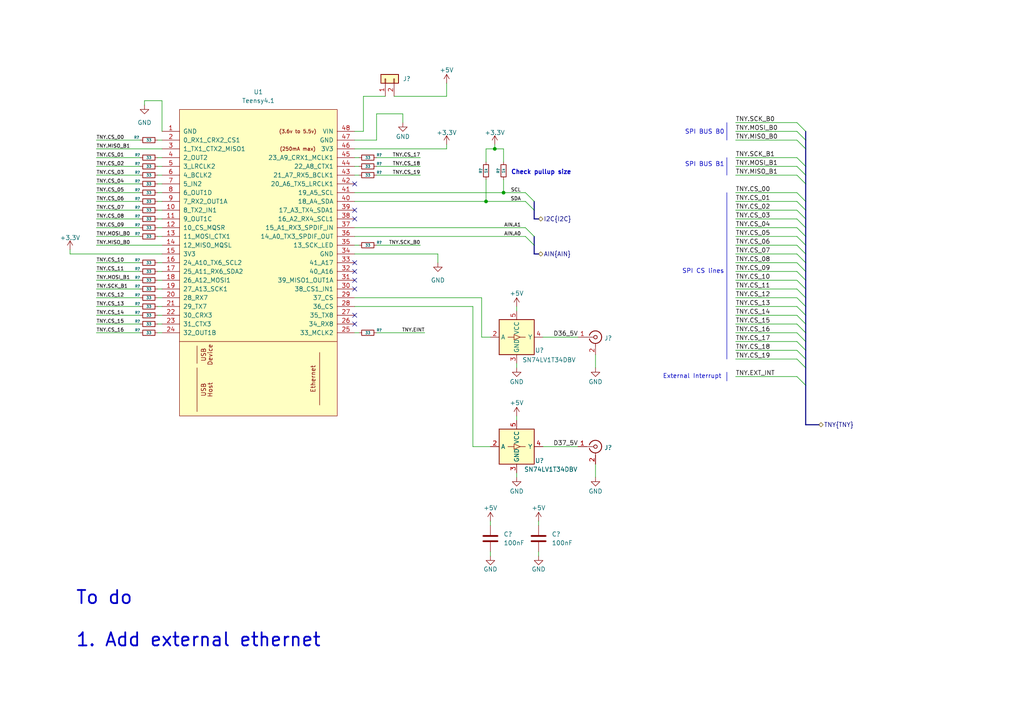
<source format=kicad_sch>
(kicad_sch (version 20250114) (generator "eeschema") (generator_version "9.0")
  (paper "A4")
  (lib_symbols
    (symbol "Connector:Conn_Coaxial" (pin_names (offset 1.016) (hide yes))
      (property "Reference" "J" (at 0.254 3.048 0))
      (property "Value" "Conn_Coaxial" (at 2.921 0 90))
      (symbol "Conn_Coaxial_0_1"
        (polyline (pts (xy -2.54 0) (xy -0.508 0)))
        (arc (start 1.778 0) (mid 0.222 -1.8079) (end -1.778 -0.508) (stroke (width 0.254)))
        (arc (start -1.778 0.508) (mid 0.2221 1.8084) (end 1.778 0) (stroke (width 0.254)))
        (circle (center 0 0) (radius 0.508) (stroke (width 0.2032)))
        (polyline (pts (xy 0 -2.54) (xy 0 -1.778)))
      )
      (symbol "Conn_Coaxial_1_1"
        (pin passive line (at -5.08 0 0) (length 2.54) (name "In") (number "1"))
        (pin passive line (at 0 -5.08 90) (length 2.54) (name "Ext") (number "2"))
      )
    )
    (symbol "Connector_Generic:Conn_01x02" (pin_names (offset 1.016) (hide yes))
      (property "Reference" "J" (at 0 2.54 0))
      (property "Value" "Conn_01x02" (at 0 -5.08 0))
      (symbol "Conn_01x02_1_1"
        (rectangle (start -1.27 1.27) (end 1.27 -3.81) (stroke (width 0.254)) (fill (type background)))
        (rectangle (start -1.27 0.127) (end 0 -0.127) (stroke (width 0.1524)))
        (rectangle (start -1.27 -2.413) (end 0 -2.667) (stroke (width 0.1524)))
        (pin passive line (at -5.08 0 0) (length 3.81) (name "Pin_1") (number "1"))
        (pin passive line (at -5.08 -2.54 0) (length 3.81) (name "Pin_2") (number "2"))
      )
    )
    (symbol "Device:C" (pin_numbers (hide yes)) (pin_names (offset 0.254))
      (property "Reference" "C" (at 0.635 2.54 0))
      (property "Value" "C" (at 0.635 -2.54 0))
      (symbol "C_0_1"
        (polyline (pts (xy -2.032 0.762) (xy 2.032 0.762)) (stroke (width 0.508)))
        (polyline (pts (xy -2.032 -0.762) (xy 2.032 -0.762)) (stroke (width 0.508)))
      )
      (symbol "C_1_1"
        (pin passive line (at 0 3.81 270) (length 2.794) (name "~") (number "1"))
        (pin passive line (at 0 -3.81 90) (length 2.794) (name "~") (number "2"))
      )
    )
    (symbol "Device:R_Small" (pin_numbers (hide yes)) (pin_names (offset 0.254) (hide yes))
      (property "Reference" "R" (at 0 0 90))
      (property "Value" "R_Small" (at 1.778 0 90))
      (symbol "R_Small_0_1"
        (rectangle (start -0.762 1.778) (end 0.762 -1.778) (stroke (width 0.2032)))
      )
      (symbol "R_Small_1_1"
        (pin passive line (at 0 2.54 270) (length 0.762) (name "~") (number "1"))
        (pin passive line (at 0 -2.54 90) (length 0.762) (name "~") (number "2"))
      )
    )
    (symbol "Logic_LevelTranslator:SN74LV1T34DBV"
      (property "Reference" "U" (at 5.08 6.35 0))
      (property "Value" "SN74LV1T34DBV" (at 5.08 3.81 0))
      (symbol "SN74LV1T34DBV_0_1"
        (rectangle (start -5.08 5.08) (end 5.08 -5.08) (stroke (width 0.254)) (fill (type background)))
        (polyline (pts (xy -0.762 0) (xy -2.54 0)))
        (polyline (pts (xy 1.016 0) (xy 2.54 0)))
      )
      (symbol "SN74LV1T34DBV_1_1"
        (polyline (pts (xy -0.762 -0.762) (xy -0.762 0.762) (xy 1.016 0) (xy -0.762 -0.762)))
        (pin input line (at -7.62 0 0) (length 2.54) (name "A") (number "2"))
        (pin no_connect line (at -5.08 2.54 0) (length 2.54) (hide yes) (name "NC") (number "1"))
        (pin power_in line (at 0 7.62 270) (length 2.54) (name "VCC") (number "5"))
        (pin power_in line (at 0 -7.62 90) (length 2.54) (name "GND") (number "3"))
        (pin output line (at 7.62 0 180) (length 2.54) (name "Y") (number "4"))
      )
    )
    (symbol "arena_custom:Teensy4.1" (pin_names (offset 1.016))
      (property "Reference" "U" (at 0 64.77 0))
      (property "Value" "Teensy4.1" (at 0 62.23 0))
      (symbol "Teensy4.1_0_0"
        (polyline (pts (xy -22.86 -6.35) (xy 22.86 -6.35)))
        (polyline (pts (xy -17.78 -7.62) (xy -17.78 -12.7)))
        (polyline (pts (xy -17.78 -26.67) (xy -17.78 -13.97)))
        (polyline (pts (xy 17.78 -9.525) (xy 17.78 -24.765)))
        (text "USB" (at -15.875 -10.16 900) (effects (font (size 1.27 1.27))))
        (text "USB" (at -15.875 -20.32 900) (effects (font (size 1.27 1.27))))
        (text "Device" (at -13.97 -10.16 900) (effects (font (size 1.27 1.27))))
        (text "Host" (at -13.97 -20.32 900) (effects (font (size 1.27 1.27))))
        (text "(3.6v to 5.5v)" (at 11.43 54.61 0) (effects (font (size 1.016 1.016))))
        (text "(250mA max)" (at 11.43 49.53 0) (effects (font (size 1.016 1.016))))
        (text "Ethernet" (at 15.875 -17.145 900) (effects (font (size 1.27 1.27))))
        (pin bidirectional line (at -27.94 44.45 0) (length 5.08) (name "3_LRCLK2") (number "5"))
        (pin bidirectional line (at -27.94 41.91 0) (length 5.08) (name "4_BCLK2") (number "6"))
        (pin bidirectional line (at -27.94 39.37 0) (length 5.08) (name "5_IN2") (number "7"))
        (pin bidirectional line (at -27.94 36.83 0) (length 5.08) (name "6_OUT1D") (number "8"))
        (pin bidirectional line (at -27.94 34.29 0) (length 5.08) (name "7_RX2_OUT1A") (number "9"))
        (pin bidirectional line (at -27.94 31.75 0) (length 5.08) (name "8_TX2_IN1") (number "10"))
        (pin bidirectional line (at -27.94 29.21 0) (length 5.08) (name "9_OUT1C") (number "11"))
        (pin bidirectional line (at -27.94 26.67 0) (length 5.08) (name "10_CS_MQSR") (number "12"))
        (pin bidirectional line (at -27.94 24.13 0) (length 5.08) (name "11_MOSI_CTX1") (number "13"))
        (pin bidirectional line (at -27.94 21.59 0) (length 5.08) (name "12_MISO_MQSL") (number "14"))
        (pin power_in line (at -27.94 19.05 0) (length 5.08) (name "3V3") (number "15"))
        (pin bidirectional line (at -27.94 16.51 0) (length 5.08) (name "24_A10_TX6_SCL2") (number "16"))
        (pin bidirectional line (at -27.94 13.97 0) (length 5.08) (name "25_A11_RX6_SDA2") (number "17"))
        (pin bidirectional line (at -27.94 11.43 0) (length 5.08) (name "26_A12_MOSI1") (number "18"))
        (pin bidirectional line (at -27.94 8.89 0) (length 5.08) (name "27_A13_SCK1") (number "19"))
        (pin bidirectional line (at -27.94 6.35 0) (length 5.08) (name "28_RX7") (number "20"))
        (pin bidirectional line (at -27.94 3.81 0) (length 5.08) (name "29_TX7") (number "21"))
        (pin bidirectional line (at -27.94 1.27 0) (length 5.08) (name "30_CRX3") (number "22"))
        (pin bidirectional line (at -27.94 -1.27 0) (length 5.08) (name "31_CTX3") (number "23"))
        (pin bidirectional line (at -27.94 -3.81 0) (length 5.08) (name "32_OUT1B") (number "24"))
        (pin power_in line (at 27.94 54.61 180) (length 5.08) (name "VIN") (number "48"))
        (pin bidirectional line (at 27.94 46.99 180) (length 5.08) (name "23_A9_CRX1_MCLK1") (number "45"))
        (pin bidirectional line (at 27.94 44.45 180) (length 5.08) (name "22_A8_CTX1") (number "44"))
        (pin bidirectional line (at 27.94 41.91 180) (length 5.08) (name "21_A7_RX5_BCLK1") (number "43"))
        (pin bidirectional line (at 27.94 39.37 180) (length 5.08) (name "20_A6_TX5_LRCLK1") (number "42"))
        (pin bidirectional line (at 27.94 36.83 180) (length 5.08) (name "19_A5_SCL") (number "41"))
        (pin bidirectional line (at 27.94 34.29 180) (length 5.08) (name "18_A4_SDA") (number "40"))
        (pin bidirectional line (at 27.94 31.75 180) (length 5.08) (name "17_A3_TX4_SDA1") (number "39"))
        (pin bidirectional line (at 27.94 29.21 180) (length 5.08) (name "16_A2_RX4_SCL1") (number "38"))
        (pin bidirectional line (at 27.94 26.67 180) (length 5.08) (name "15_A1_RX3_SPDIF_IN") (number "37"))
        (pin bidirectional line (at 27.94 24.13 180) (length 5.08) (name "14_A0_TX3_SPDIF_OUT") (number "36"))
        (pin bidirectional line (at 27.94 21.59 180) (length 5.08) (name "13_SCK_LED") (number "35"))
        (pin bidirectional line (at 27.94 16.51 180) (length 5.08) (name "41_A17") (number "33"))
        (pin bidirectional line (at 27.94 13.97 180) (length 5.08) (name "40_A16") (number "32"))
        (pin bidirectional line (at 27.94 11.43 180) (length 5.08) (name "39_MISO1_OUT1A") (number "31"))
        (pin bidirectional line (at 27.94 8.89 180) (length 5.08) (name "38_CS1_IN1") (number "30"))
        (pin bidirectional line (at 27.94 6.35 180) (length 5.08) (name "37_CS") (number "29"))
        (pin bidirectional line (at 27.94 3.81 180) (length 5.08) (name "36_CS") (number "28"))
        (pin bidirectional line (at 27.94 1.27 180) (length 5.08) (name "35_TX8") (number "27"))
        (pin bidirectional line (at 27.94 -1.27 180) (length 5.08) (name "34_RX8") (number "26"))
        (pin bidirectional line (at 27.94 -3.81 180) (length 5.08) (name "33_MCLK2") (number "25"))
      )
      (symbol "Teensy4.1_0_1"
        (rectangle (start -20.32 -1.27) (end -20.32 -1.27))
      )
      (symbol "Teensy4.1_1_0"
        (pin power_in line (at 27.94 52.07 180) (length 5.08) (name "GND") (number "47"))
        (pin power_out line (at 27.94 49.53 180) (length 5.08) (name "3V3") (number "46"))
      )
      (symbol "Teensy4.1_1_1"
        (rectangle (start -22.86 60.96) (end 22.86 -27.94) (fill (type background)))
        (pin power_in line (at -27.94 54.61 0) (length 5.08) (name "GND") (number "1"))
        (pin bidirectional line (at -27.94 52.07 0) (length 5.08) (name "0_RX1_CRX2_CS1") (number "2"))
        (pin bidirectional line (at -27.94 49.53 0) (length 5.08) (name "1_TX1_CTX2_MISO1") (number "3"))
        (pin bidirectional line (at -27.94 46.99 0) (length 5.08) (name "2_OUT2") (number "4"))
        (pin power_in line (at 27.94 19.05 180) (length 5.08) (name "GND") (number "34"))
      )
    )
    (symbol "power:+3.3V" (power) (pin_names (offset 0))
      (property "Value" "+3.3V" (at 0 3.556 0))
      (symbol "+3.3V_0_1"
        (polyline (pts (xy -0.762 1.27) (xy 0 2.54)))
        (polyline (pts (xy 0 2.54) (xy 0.762 1.27)))
        (polyline (pts (xy 0 0) (xy 0 2.54)))
      )
      (symbol "+3.3V_1_1"
        (pin power_in line (at 0 0 90) (length 0) (hide yes) (name "+3.3V") (number "1"))
      )
    )
    (symbol "power:+5V" (power) (pin_numbers (hide yes)) (pin_names (offset 0) (hide yes))
      (property "Value" "+5V" (at 0 3.556 0))
      (symbol "+5V_0_1"
        (polyline (pts (xy -0.762 1.27) (xy 0 2.54)))
        (polyline (pts (xy 0 2.54) (xy 0.762 1.27)))
        (polyline (pts (xy 0 0) (xy 0 2.54)))
      )
      (symbol "+5V_1_1"
        (pin power_in line (at 0 0 90) (length 0) (name "~") (number "1"))
      )
    )
    (symbol "power:GND" (power) (pin_names (offset 0))
      (property "Value" "GND" (at 0 -3.81 0))
      (symbol "GND_0_1"
        (polyline (pts (xy 0 0) (xy 0 -1.27) (xy 1.27 -1.27) (xy 0 -2.54) (xy -1.27 -1.27) (xy 0 -1.27)))
      )
      (symbol "GND_1_1"
        (pin power_in line (at 0 0 270) (length 0) (hide yes) (name "GND") (number "1"))
      )
    )
  )
  (bus_alias "I2C" (members "SCL" "SDA"))
  (text "Check pullup size" (at 156.972 50.038 0) (effects (font (size 1.27 1.27) (thickness 0.254) (bold yes))))
  (text "SPI BUS B0 " (at 198.628 38.354 0) (effects (font (size 1.27 1.27)) (justify left)))
  (text "External Interrupt" (at 209.296 109.22 0) (effects (font (size 1.27 1.27)) (justify right)))
  (text "SPI BUS B1" (at 198.628 47.752 0) (effects (font (size 1.27 1.27)) (justify left)))
  (text "To do  \n\n1. Add external ethernet " (at 21.844 179.578 0) (effects (font (size 3.81 3.81) (thickness 0.508) (bold yes)) (justify left)))
  (text "SPI CS lines" (at 210.058 78.74 0) (effects (font (size 1.27 1.27)) (justify right)))
  (junction (at 146.05 55.88))
  (junction (at 143.51 43.18))
  (junction (at 140.97 58.42))
  (no_connect (at 102.87 76.2))
  (no_connect (at 102.87 63.5))
  (no_connect (at 102.87 60.96))
  (no_connect (at 102.87 53.34))
  (no_connect (at 102.87 83.82))
  (no_connect (at 102.87 78.74))
  (no_connect (at 102.87 93.98))
  (no_connect (at 102.87 81.28))
  (no_connect (at 102.87 91.44))
  (bus_entry (at 233.68 43.18) (size -2.54 -2.54))
  (bus_entry (at 233.68 86.36) (size -2.54 -2.54))
  (bus_entry (at 154.94 58.42) (size -2.54 -2.54))
  (bus_entry (at 233.68 91.44) (size -2.54 -2.54))
  (bus_entry (at 231.14 96.52) (size 2.54 2.54))
  (bus_entry (at 154.94 68.58) (size -2.54 -2.54))
  (bus_entry (at 233.68 83.82) (size -2.54 -2.54))
  (bus_entry (at 233.68 81.28) (size -2.54 -2.54))
  (bus_entry (at 233.68 53.34) (size -2.54 -2.54))
  (bus_entry (at 231.14 101.6) (size 2.54 2.54))
  (bus_entry (at 233.68 73.66) (size -2.54 -2.54))
  (bus_entry (at 233.68 63.5) (size -2.54 -2.54))
  (bus_entry (at 233.68 78.74) (size -2.54 -2.54))
  (bus_entry (at 233.68 58.42) (size -2.54 -2.54))
  (bus_entry (at 231.14 99.06) (size 2.54 2.54))
  (bus_entry (at 233.68 38.1) (size -2.54 -2.54))
  (bus_entry (at 233.68 76.2) (size -2.54 -2.54))
  (bus_entry (at 233.68 40.64) (size -2.54 -2.54))
  (bus_entry (at 233.68 60.96) (size -2.54 -2.54))
  (bus_entry (at 233.68 93.98) (size -2.54 -2.54))
  (bus_entry (at 233.68 50.8) (size -2.54 -2.54))
  (bus_entry (at 154.94 60.96) (size -2.54 -2.54))
  (bus_entry (at 231.14 104.14) (size 2.54 2.54))
  (bus_entry (at 231.14 109.22) (size 2.54 2.54))
  (bus_entry (at 233.68 71.12) (size -2.54 -2.54))
  (bus_entry (at 154.94 71.12) (size -2.54 -2.54))
  (bus_entry (at 233.68 66.04) (size -2.54 -2.54))
  (bus_entry (at 233.68 88.9) (size -2.54 -2.54))
  (bus_entry (at 233.68 68.58) (size -2.54 -2.54))
  (bus_entry (at 231.14 93.98) (size 2.54 2.54))
  (bus_entry (at 233.68 48.26) (size -2.54 -2.54))
  (polyline (pts (xy 210.82 45.72) (xy 210.82 50.8)))
  (bus (pts (xy 233.68 38.1) (xy 233.68 40.64)))
  (wire (pts (xy 231.14 78.74) (xy 213.36 78.74)))
  (wire (pts (xy 137.16 88.9) (xy 102.87 88.9)))
  (wire (pts (xy 157.48 97.79) (xy 167.64 97.79)))
  (wire (pts (xy 46.99 29.21) (xy 46.99 38.1)))
  (bus (pts (xy 154.94 71.12) (xy 154.94 73.66)))
  (wire (pts (xy 105.41 27.94) (xy 105.41 38.1)))
  (wire (pts (xy 102.87 58.42) (xy 140.97 58.42)))
  (wire (pts (xy 149.86 105.41) (xy 149.86 106.68)))
  (wire (pts (xy 45.72 66.04) (xy 46.99 66.04)))
  (wire (pts (xy 104.14 71.12) (xy 102.87 71.12)))
  (wire (pts (xy 27.94 60.96) (xy 40.64 60.96)))
  (wire (pts (xy 213.36 96.52) (xy 231.14 96.52)))
  (bus (pts (xy 233.68 68.58) (xy 233.68 71.12)))
  (wire (pts (xy 27.94 58.42) (xy 40.64 58.42)))
  (bus (pts (xy 233.68 71.12) (xy 233.68 73.66)))
  (wire (pts (xy 213.36 99.06) (xy 231.14 99.06)))
  (wire (pts (xy 149.86 88.9) (xy 149.86 90.17)))
  (wire (pts (xy 231.14 88.9) (xy 213.36 88.9)))
  (bus (pts (xy 233.68 76.2) (xy 233.68 78.74)))
  (bus (pts (xy 154.94 63.5) (xy 156.21 63.5)))
  (wire (pts (xy 27.94 48.26) (xy 40.64 48.26)))
  (wire (pts (xy 27.94 81.28) (xy 40.64 81.28)))
  (wire (pts (xy 129.54 24.13) (xy 129.54 27.94)))
  (bus (pts (xy 233.68 63.5) (xy 233.68 66.04)))
  (wire (pts (xy 27.94 43.18) (xy 46.99 43.18)))
  (wire (pts (xy 27.94 78.74) (xy 40.64 78.74)))
  (wire (pts (xy 231.14 68.58) (xy 213.36 68.58)))
  (bus (pts (xy 233.68 93.98) (xy 233.68 96.52)))
  (wire (pts (xy 231.14 66.04) (xy 213.36 66.04)))
  (wire (pts (xy 27.94 83.82) (xy 40.64 83.82)))
  (wire (pts (xy 45.72 93.98) (xy 46.99 93.98)))
  (bus (pts (xy 233.68 91.44) (xy 233.68 93.98)))
  (wire (pts (xy 45.72 58.42) (xy 46.99 58.42)))
  (wire (pts (xy 27.94 68.58) (xy 40.64 68.58)))
  (wire (pts (xy 27.94 96.52) (xy 40.64 96.52)))
  (bus (pts (xy 233.68 104.14) (xy 233.68 106.68)))
  (wire (pts (xy 140.97 43.18) (xy 140.97 46.99)))
  (wire (pts (xy 109.22 96.52) (xy 123.19 96.52)))
  (wire (pts (xy 231.14 38.1) (xy 213.36 38.1)))
  (wire (pts (xy 105.41 27.94) (xy 111.76 27.94)))
  (wire (pts (xy 142.24 160.02) (xy 142.24 161.29)))
  (wire (pts (xy 231.14 40.64) (xy 213.36 40.64)))
  (wire (pts (xy 46.99 73.66) (xy 20.32 73.66)))
  (bus (pts (xy 233.68 123.19) (xy 237.49 123.19)))
  (polyline (pts (xy 210.82 55.88) (xy 210.82 104.14)))
  (bus (pts (xy 233.68 40.64) (xy 233.68 43.18)))
  (wire (pts (xy 41.91 29.21) (xy 41.91 30.48)))
  (wire (pts (xy 143.51 41.91) (xy 143.51 43.18)))
  (wire (pts (xy 45.72 96.52) (xy 46.99 96.52)))
  (wire (pts (xy 27.94 55.88) (xy 40.64 55.88)))
  (wire (pts (xy 109.22 33.02) (xy 116.84 33.02)))
  (wire (pts (xy 45.72 76.2) (xy 46.99 76.2)))
  (polyline (pts (xy 210.82 107.95) (xy 210.82 110.49)))
  (wire (pts (xy 146.05 55.88) (xy 152.4 55.88)))
  (wire (pts (xy 45.72 88.9) (xy 46.99 88.9)))
  (wire (pts (xy 231.14 81.28) (xy 213.36 81.28)))
  (bus (pts (xy 233.68 99.06) (xy 233.68 101.6)))
  (wire (pts (xy 45.72 63.5) (xy 46.99 63.5)))
  (wire (pts (xy 104.14 48.26) (xy 102.87 48.26)))
  (wire (pts (xy 45.72 78.74) (xy 46.99 78.74)))
  (bus (pts (xy 233.68 83.82) (xy 233.68 86.36)))
  (wire (pts (xy 142.24 151.13) (xy 142.24 152.4)))
  (wire (pts (xy 45.72 40.64) (xy 46.99 40.64)))
  (wire (pts (xy 137.16 129.54) (xy 142.24 129.54)))
  (wire (pts (xy 143.51 43.18) (xy 146.05 43.18)))
  (bus (pts (xy 233.68 106.68) (xy 233.68 111.76)))
  (wire (pts (xy 104.14 50.8) (xy 102.87 50.8)))
  (wire (pts (xy 102.87 55.88) (xy 146.05 55.88)))
  (wire (pts (xy 140.97 52.07) (xy 140.97 58.42)))
  (bus (pts (xy 233.68 58.42) (xy 233.68 60.96)))
  (wire (pts (xy 27.94 63.5) (xy 40.64 63.5)))
  (bus (pts (xy 233.68 48.26) (xy 233.68 50.8)))
  (wire (pts (xy 146.05 52.07) (xy 146.05 55.88)))
  (wire (pts (xy 231.14 91.44) (xy 213.36 91.44)))
  (wire (pts (xy 231.14 48.26) (xy 213.36 48.26)))
  (bus (pts (xy 233.68 88.9) (xy 233.68 91.44)))
  (wire (pts (xy 109.22 45.72) (xy 121.92 45.72)))
  (bus (pts (xy 233.68 96.52) (xy 233.68 99.06)))
  (wire (pts (xy 231.14 86.36) (xy 213.36 86.36)))
  (bus (pts (xy 233.68 81.28) (xy 233.68 83.82)))
  (bus (pts (xy 154.94 58.42) (xy 154.94 60.96)))
  (wire (pts (xy 213.36 101.6) (xy 231.14 101.6)))
  (bus (pts (xy 233.68 50.8) (xy 233.68 53.34)))
  (wire (pts (xy 27.94 66.04) (xy 40.64 66.04)))
  (wire (pts (xy 104.14 96.52) (xy 102.87 96.52)))
  (wire (pts (xy 102.87 73.66) (xy 127 73.66)))
  (wire (pts (xy 102.87 40.64) (xy 109.22 40.64)))
  (bus (pts (xy 233.68 66.04) (xy 233.68 68.58)))
  (wire (pts (xy 137.16 88.9) (xy 137.16 129.54)))
  (wire (pts (xy 140.97 58.42) (xy 152.4 58.42)))
  (wire (pts (xy 231.14 58.42) (xy 213.36 58.42)))
  (wire (pts (xy 156.21 151.13) (xy 156.21 152.4)))
  (wire (pts (xy 45.72 83.82) (xy 46.99 83.82)))
  (bus (pts (xy 233.68 78.74) (xy 233.68 81.28)))
  (wire (pts (xy 149.86 137.16) (xy 149.86 138.43)))
  (wire (pts (xy 104.14 45.72) (xy 102.87 45.72)))
  (wire (pts (xy 45.72 45.72) (xy 46.99 45.72)))
  (wire (pts (xy 231.14 60.96) (xy 213.36 60.96)))
  (wire (pts (xy 102.87 43.18) (xy 129.54 43.18)))
  (bus (pts (xy 154.94 60.96) (xy 154.94 63.5)))
  (wire (pts (xy 127 73.66) (xy 127 76.2)))
  (bus (pts (xy 154.94 73.66) (xy 156.21 73.66)))
  (bus (pts (xy 233.68 53.34) (xy 233.68 58.42)))
  (wire (pts (xy 27.94 53.34) (xy 40.64 53.34)))
  (wire (pts (xy 45.72 86.36) (xy 46.99 86.36)))
  (bus (pts (xy 233.68 101.6) (xy 233.68 104.14)))
  (bus (pts (xy 233.68 60.96) (xy 233.68 63.5)))
  (wire (pts (xy 231.14 55.88) (xy 213.36 55.88)))
  (wire (pts (xy 45.72 91.44) (xy 46.99 91.44)))
  (wire (pts (xy 139.7 86.36) (xy 102.87 86.36)))
  (wire (pts (xy 27.94 71.12) (xy 46.99 71.12)))
  (wire (pts (xy 157.48 129.54) (xy 167.64 129.54)))
  (bus (pts (xy 233.68 73.66) (xy 233.68 76.2)))
  (wire (pts (xy 140.97 43.18) (xy 143.51 43.18)))
  (wire (pts (xy 139.7 97.79) (xy 142.24 97.79)))
  (wire (pts (xy 213.36 109.22) (xy 231.14 109.22)))
  (wire (pts (xy 231.14 63.5) (xy 213.36 63.5)))
  (wire (pts (xy 231.14 45.72) (xy 213.36 45.72)))
  (wire (pts (xy 45.72 55.88) (xy 46.99 55.88)))
  (wire (pts (xy 172.72 134.62) (xy 172.72 138.43)))
  (wire (pts (xy 231.14 50.8) (xy 213.36 50.8)))
  (wire (pts (xy 172.72 102.87) (xy 172.72 106.68)))
  (wire (pts (xy 45.72 50.8) (xy 46.99 50.8)))
  (wire (pts (xy 27.94 50.8) (xy 40.64 50.8)))
  (wire (pts (xy 27.94 86.36) (xy 40.64 86.36)))
  (bus (pts (xy 233.68 86.36) (xy 233.68 88.9)))
  (wire (pts (xy 27.94 91.44) (xy 40.64 91.44)))
  (wire (pts (xy 102.87 68.58) (xy 152.4 68.58)))
  (wire (pts (xy 102.87 66.04) (xy 152.4 66.04)))
  (wire (pts (xy 231.14 93.98) (xy 213.36 93.98)))
  (wire (pts (xy 102.87 38.1) (xy 105.41 38.1)))
  (bus (pts (xy 233.68 43.18) (xy 233.68 48.26)))
  (wire (pts (xy 109.22 50.8) (xy 121.92 50.8)))
  (wire (pts (xy 129.54 43.18) (xy 129.54 41.91)))
  (bus (pts (xy 233.68 111.76) (xy 233.68 123.19)))
  (wire (pts (xy 27.94 88.9) (xy 40.64 88.9)))
  (wire (pts (xy 231.14 83.82) (xy 213.36 83.82)))
  (wire (pts (xy 20.32 73.66) (xy 20.32 72.39)))
  (wire (pts (xy 27.94 45.72) (xy 40.64 45.72)))
  (wire (pts (xy 27.94 76.2) (xy 40.64 76.2)))
  (wire (pts (xy 156.21 160.02) (xy 156.21 161.29)))
  (wire (pts (xy 231.14 76.2) (xy 213.36 76.2)))
  (wire (pts (xy 231.14 73.66) (xy 213.36 73.66)))
  (wire (pts (xy 231.14 35.56) (xy 213.36 35.56)))
  (wire (pts (xy 27.94 40.64) (xy 40.64 40.64)))
  (wire (pts (xy 213.36 71.12) (xy 231.14 71.12)))
  (wire (pts (xy 109.22 40.64) (xy 109.22 33.02)))
  (wire (pts (xy 146.05 43.18) (xy 146.05 46.99)))
  (wire (pts (xy 27.94 93.98) (xy 40.64 93.98)))
  (wire (pts (xy 45.72 81.28) (xy 46.99 81.28)))
  (wire (pts (xy 109.22 71.12) (xy 121.92 71.12)))
  (wire (pts (xy 139.7 97.79) (xy 139.7 86.36)))
  (wire (pts (xy 45.72 48.26) (xy 46.99 48.26)))
  (wire (pts (xy 45.72 53.34) (xy 46.99 53.34)))
  (wire (pts (xy 41.91 29.21) (xy 46.99 29.21)))
  (polyline (pts (xy 210.82 35.56) (xy 210.82 40.64)))
  (wire (pts (xy 45.72 68.58) (xy 46.99 68.58)))
  (bus (pts (xy 154.94 68.58) (xy 154.94 71.12)))
  (wire (pts (xy 149.86 120.65) (xy 149.86 121.92)))
  (wire (pts (xy 116.84 33.02) (xy 116.84 35.56)))
  (wire (pts (xy 45.72 60.96) (xy 46.99 60.96)))
  (wire (pts (xy 109.22 48.26) (xy 121.92 48.26)))
  (wire (pts (xy 114.3 27.94) (xy 129.54 27.94)))
  (wire (pts (xy 213.36 104.14) (xy 231.14 104.14)))
  (label "TNY.CS_04" (at 27.94 53.34 0) (effects (font (size 1.016 1.016))))
  (label "TNY.CS_01" (at 213.36 58.42 0))
  (label "TNY.SCK_B0" (at 213.36 35.56 0))
  (label "TNY.SCK_B0" (at 121.92 71.12 180) (effects (font (size 1.016 1.016))))
  (label "TNY.CS_10" (at 27.94 76.2 0) (effects (font (size 1.016 1.016))))
  (label "TNY.CS_16" (at 213.36 96.52 0))
  (label "TNY.CS_17" (at 121.92 45.72 180) (effects (font (size 1.016 1.016))))
  (label "TNY.EINT" (at 123.19 96.52 180) (effects (font (size 1.016 1.016))))
  (label "TNY.MISO_B1" (at 213.36 50.8 0))
  (label "TNY.CS_15" (at 213.36 93.98 0))
  (label "TNY.CS_09" (at 213.36 78.74 0))
  (label "TNY.MOSI_B0" (at 27.94 68.58 0) (effects (font (size 1.016 1.016))))
  (label "TNY.CS_16" (at 27.94 96.52 0) (effects (font (size 1.016 1.016))))
  (label "TNY.CS_10" (at 213.36 81.28 0))
  (label "TNY.CS_06" (at 213.36 71.12 0))
  (label "TNY.CS_11" (at 27.94 78.74 0) (effects (font (size 1.016 1.016))))
  (label "TNY.CS_12" (at 213.36 86.36 0))
  (label "TNY.CS_00" (at 213.36 55.88 0))
  (label "TNY.CS_05" (at 27.94 55.88 0) (effects (font (size 1.016 1.016))))
  (label "SCL" (at 151.13 55.88 180) (effects (font (size 1.016 1.016))))
  (label "TNY.SCK_B1" (at 27.94 83.82 0) (effects (font (size 1.016 1.016))))
  (label "D36_5V" (at 167.64 97.79 180))
  (label "TNY.CS_03" (at 213.36 63.5 0))
  (label "TNY.CS_04" (at 213.36 66.04 0))
  (label "TNY.MOSI_B1" (at 213.36 48.26 0))
  (label "TNY.CS_13" (at 213.36 88.9 0))
  (label "AIN.A1" (at 151.13 66.04 180) (effects (font (size 1.016 1.016))))
  (label "TNY.CS_02" (at 27.94 48.26 0) (effects (font (size 1.016 1.016))))
  (label "TNY.CS_18" (at 213.36 101.6 0))
  (label "TNY.CS_06" (at 27.94 58.42 0) (effects (font (size 1.016 1.016))))
  (label "TNY.MOSI_B1" (at 27.94 81.28 0) (effects (font (size 1.016 1.016))))
  (label "AIN.A0" (at 151.13 68.58 180) (effects (font (size 1.016 1.016))))
  (label "TNY.EXT_INT" (at 213.36 109.22 0))
  (label "TNY.CS_18" (at 121.92 48.26 180) (effects (font (size 1.016 1.016))))
  (label "TNY.CS_11" (at 213.36 83.82 0))
  (label "TNY.CS_08" (at 27.94 63.5 0) (effects (font (size 1.016 1.016))))
  (label "TNY.CS_14" (at 213.36 91.44 0))
  (label "TNY.CS_19" (at 213.36 104.14 0))
  (label "TNY.MISO_B0" (at 213.36 40.64 0))
  (label "TNY.CS_00" (at 27.94 40.64 0) (effects (font (size 1.016 1.016))))
  (label "TNY.CS_15" (at 27.94 93.98 0) (effects (font (size 1.016 1.016))))
  (label "TNY.CS_02" (at 213.36 60.96 0))
  (label "TNY.CS_12" (at 27.94 86.36 0) (effects (font (size 1.016 1.016))))
  (label "SDA" (at 151.13 58.42 180) (effects (font (size 1.016 1.016))))
  (label "TNY.CS_09" (at 27.94 66.04 0) (effects (font (size 1.016 1.016))))
  (label "TNY.CS_01" (at 27.94 45.72 0) (effects (font (size 1.016 1.016))))
  (label "TNY.MISO_B1" (at 27.94 43.18 0) (effects (font (size 1.016 1.016))))
  (label "TNY.MISO_B0" (at 27.94 71.12 0) (effects (font (size 1.016 1.016))))
  (label "TNY.CS_08" (at 213.36 76.2 0))
  (label "TNY.CS_13" (at 27.94 88.9 0) (effects (font (size 1.016 1.016))))
  (label "TNY.CS_17" (at 213.36 99.06 0))
  (label "TNY.CS_07" (at 27.94 60.96 0) (effects (font (size 1.016 1.016))))
  (label "TNY.CS_19" (at 121.92 50.8 180) (effects (font (size 1.016 1.016))))
  (label "D37_5V" (at 167.64 129.54 180))
  (label "TNY.MOSI_B0" (at 213.36 38.1 0))
  (label "TNY.CS_07" (at 213.36 73.66 0))
  (label "TNY.SCK_B1" (at 213.36 45.72 0))
  (label "TNY.CS_05" (at 213.36 68.58 0))
  (label "TNY.CS_03" (at 27.94 50.8 0) (effects (font (size 1.016 1.016))))
  (label "TNY.CS_14" (at 27.94 91.44 0) (effects (font (size 1.016 1.016))))
  (hierarchical_label "AIN{AIN}" (shape bidirectional) (at 156.21 73.66 0))
  (hierarchical_label "TNY{TNY}" (shape bidirectional) (at 237.49 123.19 0))
  (hierarchical_label "I2C{I2C}" (shape bidirectional) (at 156.21 63.5 0))
  (symbol (lib_id "Device:R_Small") (at 106.68 45.72 270) (mirror x) (unit 1)
    (property "Reference" "R?" (at 109.982 44.958 90) (effects (font (size 0.762 0.762))))
    (property "Value" "33" (at 106.68 45.72 90) (effects (font (size 0.762 0.762))))
    (property "Description" "Resistor, small symbol" (effects (hide yes)))
  )
  (symbol (lib_id "Device:R_Small") (at 43.18 45.72 90) (unit 1)
    (property "Reference" "R?" (at 39.878 44.958 90) (effects (font (size 0.762 0.762))))
    (property "Value" "33" (at 43.18 45.72 90) (effects (font (size 0.762 0.762))))
    (property "Description" "Resistor, small symbol" (effects (hide yes)))
  )
  (symbol (lib_id "power:+5V") (at 129.54 24.13 0) (unit 1)
    (property "Reference" "#PWR0339" (effects (hide yes)))
    (property "Value" "+5V" (at 129.54 20.32 0))
    (property "Description" "Power symbol creates a global label with name \"+5V\"" (effects (hide yes)))
  )
  (symbol (lib_id "Connector_Generic:Conn_01x02") (at 111.76 22.86 90) (unit 1)
    (property "Reference" "J?" (at 116.84 22.8599 90) (effects (justify right)))
    (property "Value" "Conn_01x02" (effects (hide yes)))
    (property "Description" "Generic connector, single row, 01x02, script generated (kicad-library-utils/schlib/autogen/connector/)" (effects (hide yes)))
  )
  (symbol (lib_id "power:+5V") (at 142.24 151.13 0) (unit 1)
    (property "Reference" "#PWR0350" (effects (hide yes)))
    (property "Value" "+5V" (at 142.24 147.32 0))
    (property "Description" "Power symbol creates a global label with name \"+5V\"" (effects (hide yes)))
  )
  (symbol (lib_id "Device:R_Small") (at 43.18 48.26 90) (unit 1)
    (property "Reference" "R?" (at 39.878 47.498 90) (effects (font (size 0.762 0.762))))
    (property "Value" "33" (at 43.18 48.26 90) (effects (font (size 0.762 0.762))))
    (property "Description" "Resistor, small symbol" (effects (hide yes)))
  )
  (symbol (lib_id "Device:R_Small") (at 43.18 66.04 90) (unit 1)
    (property "Reference" "R?" (at 39.878 65.278 90) (effects (font (size 0.762 0.762))))
    (property "Value" "33" (at 43.18 66.04 90) (effects (font (size 0.762 0.762))))
    (property "Description" "Resistor, small symbol" (effects (hide yes)))
  )
  (symbol (lib_id "Device:R_Small") (at 43.18 93.98 90) (unit 1)
    (property "Reference" "R?" (at 39.878 93.218 90) (effects (font (size 0.762 0.762))))
    (property "Value" "33" (at 43.18 93.98 90) (effects (font (size 0.762 0.762))))
    (property "Description" "Resistor, small symbol" (effects (hide yes)))
  )
  (symbol (lib_id "Device:R_Small") (at 146.05 49.53 0) (mirror y) (unit 1)
    (property "Reference" "R?" (at 144.526 49.53 90) (effects (font (size 0.762 0.762))))
    (property "Value" "1k" (at 146.05 49.53 90) (effects (font (size 0.762 0.762))))
    (property "Description" "Resistor, small symbol" (effects (hide yes)))
  )
  (symbol (lib_id "power:+5V") (at 149.86 88.9 0) (unit 1)
    (property "Reference" "#PWR0344" (effects (hide yes)))
    (property "Value" "+5V" (at 149.86 85.09 0))
    (property "Description" "Power symbol creates a global label with name \"+5V\"" (effects (hide yes)))
  )
  (symbol (lib_id "Device:R_Small") (at 106.68 50.8 270) (mirror x) (unit 1)
    (property "Reference" "R?" (at 109.982 50.038 90) (effects (font (size 0.762 0.762))))
    (property "Value" "33" (at 106.68 50.8 90) (effects (font (size 0.762 0.762))))
    (property "Description" "Resistor, small symbol" (effects (hide yes)))
  )
  (symbol (lib_id "Device:C") (at 156.21 156.21 0) (unit 1)
    (property "Reference" "C?" (at 160.02 154.9399 0) (effects (justify left)))
    (property "Value" "100nF" (at 160.02 157.4799 0) (effects (justify left)))
    (property "Footprint" "Capacitor_SMD:C_0402_1005Metric" (effects (hide yes)))
    (property "Description" "Unpolarized capacitor" (effects (hide yes)))
    (property "LCSC Part #" "C1525" (effects (hide yes)))
  )
  (symbol (lib_id "Device:R_Small") (at 106.68 48.26 270) (mirror x) (unit 1)
    (property "Reference" "R?" (at 109.982 47.498 90) (effects (font (size 0.762 0.762))))
    (property "Value" "33" (at 106.68 48.26 90) (effects (font (size 0.762 0.762))))
    (property "Description" "Resistor, small symbol" (effects (hide yes)))
  )
  (symbol (lib_id "Device:R_Small") (at 43.18 86.36 90) (unit 1)
    (property "Reference" "R?" (at 39.878 85.598 90) (effects (font (size 0.762 0.762))))
    (property "Value" "33" (at 43.18 86.36 90) (effects (font (size 0.762 0.762))))
    (property "Description" "Resistor, small symbol" (effects (hide yes)))
  )
  (symbol (lib_id "Logic_LevelTranslator:SN74LV1T34DBV") (at 149.86 129.54 0) (unit 1)
    (property "Reference" "U?" (at 156.464 133.604 0))
    (property "Value" "SN74LV1T34DBV" (at 159.766 136.144 0))
    (property "Footprint" "Package_TO_SOT_SMD:SOT-23-5" (effects (hide yes)))
    (property "Datasheet" "https://www.ti.com/lit/ds/symlink/sn74lv1t34.pdf" (effects (hide yes)))
    (property "Description" "Single Power Supply, Single Buffer GATE, CMOS Logic, Level Shifter, SOT-23-5" (effects (hide yes)))
  )
  (symbol (lib_id "power:GND") (at 156.21 161.29 0) (unit 1)
    (property "Reference" "#PWR0349" (effects (hide yes)))
    (property "Value" "GND" (at 156.21 165.1 0))
    (property "Description" "Power symbol creates a global label with name \"GND\" , ground" (effects (hide yes)))
  )
  (symbol (lib_id "Connector:Conn_Coaxial") (at 172.72 97.79 0) (unit 1)
    (property "Reference" "J?" (at 175.26 98.0831 0) (effects (justify left)))
    (property "Value" "Conn_Coaxial" (effects (hide yes)))
    (property "Description" "coaxial connector (BNC, SMA, SMB, SMC, Cinch/RCA, LEMO, ...)" (effects (hide yes)))
  )
  (symbol (lib_id "arena_custom:Teensy4.1") (at 74.93 92.71 0) (unit 1)
    (property "Reference" "U1" (at 74.93 26.67 0))
    (property "Value" "Teensy4.1" (at 74.93 29.21 0))
    (property "Footprint" "teensy:Teensy41_outer_only" (effects (hide yes)))
  )
  (symbol (lib_id "Device:R_Small") (at 43.18 60.96 90) (unit 1)
    (property "Reference" "R?" (at 39.878 60.198 90) (effects (font (size 0.762 0.762))))
    (property "Value" "33" (at 43.18 60.96 90) (effects (font (size 0.762 0.762))))
    (property "Description" "Resistor, small symbol" (effects (hide yes)))
  )
  (symbol (lib_id "Device:R_Small") (at 43.18 55.88 90) (unit 1)
    (property "Reference" "R?" (at 39.878 55.118 90) (effects (font (size 0.762 0.762))))
    (property "Value" "33" (at 43.18 55.88 90) (effects (font (size 0.762 0.762))))
    (property "Description" "Resistor, small symbol" (effects (hide yes)))
  )
  (symbol (lib_id "Device:R_Small") (at 106.68 71.12 270) (mirror x) (unit 1)
    (property "Reference" "R?" (at 109.982 70.358 90) (effects (font (size 0.762 0.762))))
    (property "Value" "33" (at 106.68 71.12 90) (effects (font (size 0.762 0.762))))
    (property "Description" "Resistor, small symbol" (effects (hide yes)))
  )
  (symbol (lib_id "Device:R_Small") (at 43.18 81.28 90) (unit 1)
    (property "Reference" "R?" (at 39.878 80.518 90) (effects (font (size 0.762 0.762))))
    (property "Value" "33" (at 43.18 81.28 90) (effects (font (size 0.762 0.762))))
    (property "Description" "Resistor, small symbol" (effects (hide yes)))
  )
  (symbol (lib_id "Connector:Conn_Coaxial") (at 172.72 129.54 0) (unit 1)
    (property "Reference" "J?" (at 175.26 129.8331 0) (effects (justify left)))
    (property "Value" "Conn_Coaxial" (effects (hide yes)))
    (property "Description" "coaxial connector (BNC, SMA, SMB, SMC, Cinch/RCA, LEMO, ...)" (effects (hide yes)))
  )
  (symbol (lib_id "power:+5V") (at 156.21 151.13 0) (unit 1)
    (property "Reference" "#PWR0351" (effects (hide yes)))
    (property "Value" "+5V" (at 156.21 147.32 0))
    (property "Description" "Power symbol creates a global label with name \"+5V\"" (effects (hide yes)))
  )
  (symbol (lib_id "Device:R_Small") (at 43.18 68.58 90) (unit 1)
    (property "Reference" "R?" (at 39.878 67.818 90) (effects (font (size 0.762 0.762))))
    (property "Value" "33" (at 43.18 68.58 90) (effects (font (size 0.762 0.762))))
    (property "Description" "Resistor, small symbol" (effects (hide yes)))
  )
  (symbol (lib_id "Device:R_Small") (at 43.18 50.8 90) (unit 1)
    (property "Reference" "R?" (at 39.878 50.038 90) (effects (font (size 0.762 0.762))))
    (property "Value" "33" (at 43.18 50.8 90) (effects (font (size 0.762 0.762))))
    (property "Description" "Resistor, small symbol" (effects (hide yes)))
  )
  (symbol (lib_id "Device:R_Small") (at 43.18 83.82 90) (unit 1)
    (property "Reference" "R?" (at 39.878 83.058 90) (effects (font (size 0.762 0.762))))
    (property "Value" "33" (at 43.18 83.82 90) (effects (font (size 0.762 0.762))))
    (property "Description" "Resistor, small symbol" (effects (hide yes)))
  )
  (symbol (lib_id "Device:R_Small") (at 43.18 58.42 90) (unit 1)
    (property "Reference" "R?" (at 39.878 57.658 90) (effects (font (size 0.762 0.762))))
    (property "Value" "33" (at 43.18 58.42 90) (effects (font (size 0.762 0.762))))
    (property "Description" "Resistor, small symbol" (effects (hide yes)))
  )
  (symbol (lib_id "Device:C") (at 142.24 156.21 0) (unit 1)
    (property "Reference" "C?" (at 146.05 154.9399 0) (effects (justify left)))
    (property "Value" "100nF" (at 146.05 157.4799 0) (effects (justify left)))
    (property "Footprint" "Capacitor_SMD:C_0402_1005Metric" (effects (hide yes)))
    (property "Description" "Unpolarized capacitor" (effects (hide yes)))
    (property "LCSC Part #" "C1525" (effects (hide yes)))
  )
  (symbol (lib_id "Device:R_Small") (at 106.68 96.52 270) (mirror x) (unit 1)
    (property "Reference" "R?" (at 109.982 95.758 90) (effects (font (size 0.762 0.762))))
    (property "Value" "33" (at 106.68 96.52 90) (effects (font (size 0.762 0.762))))
    (property "Description" "Resistor, small symbol" (effects (hide yes)))
  )
  (symbol (lib_id "power:GND") (at 127 76.2 0) (mirror y) (unit 1)
    (property "Reference" "#PWR016" (effects (hide yes)))
    (property "Value" "GND" (at 127 81.28 0))
  )
  (symbol (lib_id "power:+3.3V") (at 129.54 41.91 0) (unit 1)
    (property "Reference" "#PWR075" (effects (hide yes)))
    (property "Value" "+3.3V" (at 129.54 38.481 0))
  )
  (symbol (lib_id "Device:R_Small") (at 43.18 91.44 90) (unit 1)
    (property "Reference" "R?" (at 39.878 90.678 90) (effects (font (size 0.762 0.762))))
    (property "Value" "33" (at 43.18 91.44 90) (effects (font (size 0.762 0.762))))
    (property "Description" "Resistor, small symbol" (effects (hide yes)))
  )
  (symbol (lib_id "Logic_LevelTranslator:SN74LV1T34DBV") (at 149.86 97.79 0) (unit 1)
    (property "Reference" "U?" (at 156.464 101.6 0))
    (property "Value" "SN74LV1T34DBV" (at 159.258 104.394 0))
    (property "Footprint" "Package_TO_SOT_SMD:SOT-23-5" (effects (hide yes)))
    (property "Datasheet" "https://www.ti.com/lit/ds/symlink/sn74lv1t34.pdf" (effects (hide yes)))
    (property "Description" "Single Power Supply, Single Buffer GATE, CMOS Logic, Level Shifter, SOT-23-5" (effects (hide yes)))
  )
  (symbol (lib_id "power:+5V") (at 149.86 120.65 0) (unit 1)
    (property "Reference" "#PWR0346" (effects (hide yes)))
    (property "Value" "+5V" (at 149.86 116.84 0))
    (property "Description" "Power symbol creates a global label with name \"+5V\"" (effects (hide yes)))
  )
  (symbol (lib_id "power:GND") (at 41.91 30.48 0) (unit 1)
    (property "Reference" "#PWR05" (effects (hide yes)))
    (property "Value" "GND" (at 41.91 35.56 0))
  )
  (symbol (lib_id "power:GND") (at 142.24 161.29 0) (unit 1)
    (property "Reference" "#PWR0348" (effects (hide yes)))
    (property "Value" "GND" (at 142.24 165.1 0))
    (property "Description" "Power symbol creates a global label with name \"GND\" , ground" (effects (hide yes)))
  )
  (symbol (lib_id "power:GND") (at 149.86 106.68 0) (mirror y) (unit 1)
    (property "Reference" "#PWR0345" (effects (hide yes)))
    (property "Value" "GND" (at 149.86 110.744 0))
  )
  (symbol (lib_id "Device:R_Small") (at 43.18 76.2 90) (unit 1)
    (property "Reference" "R?" (at 39.878 75.438 90) (effects (font (size 0.762 0.762))))
    (property "Value" "33" (at 43.18 76.2 90) (effects (font (size 0.762 0.762))))
    (property "Description" "Resistor, small symbol" (effects (hide yes)))
  )
  (symbol (lib_id "power:GND") (at 172.72 138.43 0) (mirror y) (unit 1)
    (property "Reference" "#PWR0357" (effects (hide yes)))
    (property "Value" "GND" (at 172.72 142.494 0))
  )
  (symbol (lib_id "Device:R_Small") (at 43.18 78.74 90) (unit 1)
    (property "Reference" "R?" (at 39.878 77.978 90) (effects (font (size 0.762 0.762))))
    (property "Value" "33" (at 43.18 78.74 90) (effects (font (size 0.762 0.762))))
    (property "Description" "Resistor, small symbol" (effects (hide yes)))
  )
  (symbol (lib_id "Device:R_Small") (at 43.18 88.9 90) (unit 1)
    (property "Reference" "R?" (at 39.878 88.138 90) (effects (font (size 0.762 0.762))))
    (property "Value" "33" (at 43.18 88.9 90) (effects (font (size 0.762 0.762))))
    (property "Description" "Resistor, small symbol" (effects (hide yes)))
  )
  (symbol (lib_id "Device:R_Small") (at 43.18 96.52 90) (unit 1)
    (property "Reference" "R?" (at 39.878 95.758 90) (effects (font (size 0.762 0.762))))
    (property "Value" "33" (at 43.18 96.52 90) (effects (font (size 0.762 0.762))))
    (property "Description" "Resistor, small symbol" (effects (hide yes)))
  )
  (symbol (lib_id "power:GND") (at 149.86 138.43 0) (mirror y) (unit 1)
    (property "Reference" "#PWR0347" (effects (hide yes)))
    (property "Value" "GND" (at 149.86 142.494 0))
  )
  (symbol (lib_id "Device:R_Small") (at 140.97 49.53 0) (mirror y) (unit 1)
    (property "Reference" "R?" (at 139.446 49.53 90) (effects (font (size 0.762 0.762))))
    (property "Value" "1k" (at 140.97 49.53 90) (effects (font (size 0.762 0.762))))
    (property "Description" "Resistor, small symbol" (effects (hide yes)))
  )
  (symbol (lib_id "power:+3.3V") (at 20.32 72.39 0) (unit 1)
    (property "Reference" "#PWR073" (effects (hide yes)))
    (property "Value" "+3.3V" (at 20.32 68.961 0))
  )
  (symbol (lib_id "Device:R_Small") (at 43.18 53.34 90) (unit 1)
    (property "Reference" "R?" (at 39.878 52.578 90) (effects (font (size 0.762 0.762))))
    (property "Value" "33" (at 43.18 53.34 90) (effects (font (size 0.762 0.762))))
    (property "Description" "Resistor, small symbol" (effects (hide yes)))
  )
  (symbol (lib_id "power:GND") (at 172.72 106.68 0) (mirror y) (unit 1)
    (property "Reference" "#PWR0356" (effects (hide yes)))
    (property "Value" "GND" (at 172.72 110.744 0))
  )
  (symbol (lib_id "power:+3.3V") (at 143.51 41.91 0) (unit 1)
    (property "Reference" "#PWR0368" (effects (hide yes)))
    (property "Value" "+3.3V" (at 143.51 38.481 0))
  )
  (symbol (lib_id "power:GND") (at 116.84 35.56 0) (mirror y) (unit 1)
    (property "Reference" "#PWR06" (effects (hide yes)))
    (property "Value" "GND" (at 116.84 39.624 0))
  )
  (symbol (lib_id "Device:R_Small") (at 43.18 63.5 90) (unit 1)
    (property "Reference" "R?" (at 39.878 62.738 90) (effects (font (size 0.762 0.762))))
    (property "Value" "33" (at 43.18 63.5 90) (effects (font (size 0.762 0.762))))
    (property "Description" "Resistor, small symbol" (effects (hide yes)))
  )
  (symbol (lib_id "Device:R_Small") (at 43.18 40.64 90) (unit 1)
    (property "Reference" "R?" (at 39.624 39.878 90) (effects (font (size 0.762 0.762))))
    (property "Value" "33" (at 43.18 40.64 90) (effects (font (size 0.762 0.762))))
    (property "Description" "Resistor, small symbol" (effects (hide yes)))
  )
)
</source>
